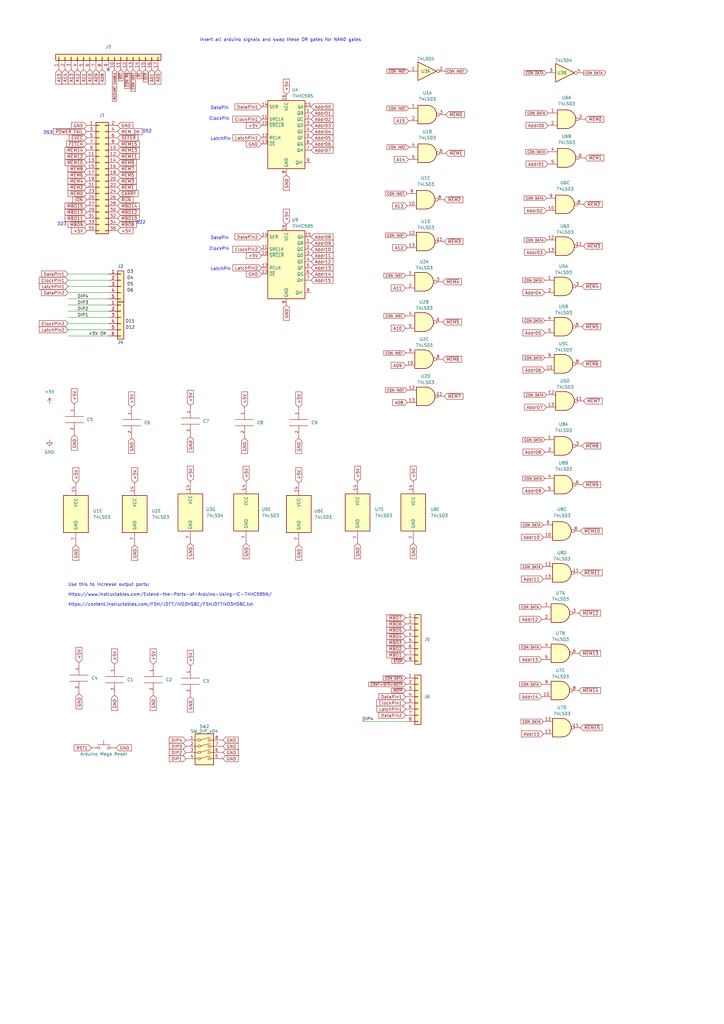
<source format=kicad_sch>
(kicad_sch (version 20230121) (generator eeschema)
  (paper "A3" portrait)
  (no_connect (at 44.45 28.575))
  (wire (pts (xy 27.94 137.795) (xy 44.45 137.795)))
  (wire (pts (xy 44.45 132.715) (xy 27.94 132.715)))
  (wire (pts (xy 44.45 112.395) (xy 27.94 112.395)))
  (wire (pts (xy 44.45 135.255) (xy 27.94 135.255)))
  (wire (pts (xy 27.94 130.175) (xy 44.45 130.175)))
  (wire (pts (xy 27.94 125.095) (xy 44.45 125.095)))
  (wire (pts (xy 44.45 127.635) (xy 27.94 127.635)))
  (wire (pts (xy 44.45 120.015) (xy 27.94 120.015)))
  (wire (pts (xy 44.45 114.935) (xy 27.94 114.935)))
  (wire (pts (xy 148.59 295.91) (xy 166.37 295.91)))
  (wire (pts (xy 27.94 122.555) (xy 44.45 122.555)))
  (wire (pts (xy 44.45 117.475) (xy 27.94 117.475)))
  (text "D52" (at 58.42 54.61 0) (effects (font (size 1.27 1.27)) (justify left bottom)))
  (text "DataPin" (at 86.36 98.425 0) (effects (font (size 1.27 1.27)) (justify left bottom)))
  (text "D23" (at 23.495 92.71 0) (effects (font (size 1.27 1.27)) (justify left bottom)))
  (text "D53" (at 17.78 55.245 0) (effects (font (size 1.27 1.27)) (justify left bottom)))
  (text "Use this to increase output ports:\n\nhttps://www.instructables.com/Extend-the-Ports-of-Arduino-Using-IC-74HC595N/\n\nhttps://content.instructables.com/FSH/JDT7/IVO3HSBC/FSHJDT7IVO3HSBC.txt\n\n" (at 27.94 250.825 0) (effects (font (size 1.27 1.27)) (justify left bottom)))
  (text "ClockPin" (at 85.725 49.53 0) (effects (font (size 1.27 1.27)) (justify left bottom)))
  (text "D22" (at 55.88 92.075 0) (effects (font (size 1.27 1.27)) (justify left bottom)))
  (text "DataPin" (at 86.36 45.085 0) (effects (font (size 1.27 1.27)) (justify left bottom)))
  (text "ClockPin" (at 85.725 102.87 0) (effects (font (size 1.27 1.27)) (justify left bottom)))
  (text "LatchPin\n" (at 86.36 111.125 0) (effects (font (size 1.27 1.27)) (justify left bottom)))
  (text "LatchPin\n" (at 86.36 57.785 0) (effects (font (size 1.27 1.27)) (justify left bottom)))
  (text "Invert all arduino signals and swap these OR gates for NAND gates\n" (at 81.915 17.145 0) (effects (font (size 1.27 1.27)) (justify left bottom)))
  (label "DIP2" (at 31.75 127.635 0))
  (label "D5" (at 52.07 117.475 0))
  (label "DIP3" (at 31.75 125.095 0))
  (label "D12" (at 51.435 135.255 0))
  (label "D6" (at 52.07 120.015 0))
  (label "D4" (at 52.07 114.935 0))
  (label "+5V OK" (at 36.195 137.795 0))
  (label "D11" (at 51.435 132.715 0))
  (label "DIP4" (at 31.75 122.555 0))
  (label "DIP1" (at 31.75 130.175 0))
  (label "DIP4" (at 148.59 295.91 0))
  (label "D3" (at 52.07 112.395 0))
  (global_label "~{MEM0}" (shape input) (at 35.56 79.375 180) (property "Intersheetrefs" "${INTERSHEET_REFS}" (effects hide)))
  (global_label "~{EXEC}" (shape input) (at 35.56 56.515 180) (property "Intersheetrefs" "${INTERSHEET_REFS}" (effects hide)))
  (global_label "MEM OK" (shape input) (at 48.26 53.975 0) (property "Intersheetrefs" "${INTERSHEET_REFS}" (effects hide)))
  (global_label "~{MEM14}" (shape input) (at 237.49 283.21 0) (property "Intersheetrefs" "${INTERSHEET_REFS}" (effects hide)))
  (global_label "~{CON DATA}" (shape input) (at 166.37 278.13 180) (effects (font (size 0.9906 0.9906))) (property "Intersheetrefs" "${INTERSHEET_REFS}" (effects hide)))
  (global_label "CON DATA" (shape input) (at 223.52 180.34 180) (effects (font (size 0.9906 0.9906))) (property "Intersheetrefs" "${INTERSHEET_REFS}" (effects hide)))
  (global_label "GND" (shape input) (at 122.555 223.52 270) (property "Intersheetrefs" "${INTERSHEET_REFS}" (effects hide)))
  (global_label "~{PL}" (shape input) (at 57.15 28.575 270) (effects (font (size 0.996 0.996))) (property "Intersheetrefs" "${INTERSHEET_REFS}" (effects hide)))
  (global_label "+5V" (shape input) (at 117.475 38.735 90) (property "Intersheetrefs" "${INTERSHEET_REFS}" (effects hide)))
  (global_label "Addr09" (shape input) (at 127.635 99.695 0) (property "Intersheetrefs" "${INTERSHEET_REFS}" (effects hide)))
  (global_label "LatchPin2" (shape input) (at 107.315 109.855 180) (property "Intersheetrefs" "${INTERSHEET_REFS}" (effects hide)))
  (global_label "CON DATA" (shape input) (at 222.885 215.265 180) (effects (font (size 0.9906 0.9906))) (property "Intersheetrefs" "${INTERSHEET_REFS}" (effects hide)))
  (global_label "GND" (shape input) (at 46.99 285.115 270) (property "Intersheetrefs" "${INTERSHEET_REFS}" (effects hide)))
  (global_label "+5V" (shape input) (at 169.545 197.485 90) (property "Intersheetrefs" "${INTERSHEET_REFS}" (effects hide)))
  (global_label "Addr06" (shape input) (at 127.635 59.055 0) (property "Intersheetrefs" "${INTERSHEET_REFS}" (effects hide)))
  (global_label "~{MEM15}" (shape input) (at 48.26 59.055 0) (property "Intersheetrefs" "${INTERSHEET_REFS}" (effects hide)))
  (global_label "~{MEM13}" (shape input) (at 48.26 61.595 0) (property "Intersheetrefs" "${INTERSHEET_REFS}" (effects hide)))
  (global_label "~{CON DATA}" (shape input) (at 224.155 29.845 180) (effects (font (size 0.9906 0.9906))) (property "Intersheetrefs" "${INTERSHEET_REFS}" (effects hide)))
  (global_label "~{MBO2}" (shape input) (at 166.37 266.065 180) (property "Intersheetrefs" "${INTERSHEET_REFS}" (effects hide)))
  (global_label "~{MEM2}" (shape input) (at 35.56 76.835 180) (property "Intersheetrefs" "${INTERSHEET_REFS}" (effects hide)))
  (global_label "GND" (shape input) (at 35.56 51.435 180) (property "Intersheetrefs" "${INTERSHEET_REFS}" (effects hide)))
  (global_label "Addr02" (shape input) (at 127.635 48.895 0) (property "Intersheetrefs" "${INTERSHEET_REFS}" (effects hide)))
  (global_label "LatchPin2" (shape input) (at 27.94 135.255 180) (property "Intersheetrefs" "${INTERSHEET_REFS}" (effects hide)))
  (global_label "GND" (shape input) (at 62.865 285.115 270) (property "Intersheetrefs" "${INTERSHEET_REFS}" (effects hide)))
  (global_label "CON DATA" (shape input) (at 223.52 146.685 180) (effects (font (size 0.9906 0.9906))) (property "Intersheetrefs" "${INTERSHEET_REFS}" (effects hide)))
  (global_label "RST1" (shape input) (at 37.465 306.705 180) (property "Intersheetrefs" "${INTERSHEET_REFS}" (effects hide)))
  (global_label "~{MBO9}" (shape input) (at 35.56 92.075 180) (property "Intersheetrefs" "${INTERSHEET_REFS}" (effects hide)))
  (global_label "GND" (shape input) (at 107.315 59.055 180) (property "Intersheetrefs" "${INTERSHEET_REFS}" (effects hide)))
  (global_label "GND" (shape input) (at 55.245 223.52 270) (property "Intersheetrefs" "${INTERSHEET_REFS}" (effects hide)))
  (global_label "~{MEM4}" (shape input) (at 35.56 74.295 180) (property "Intersheetrefs" "${INTERSHEET_REFS}" (effects hide)))
  (global_label "Addr04" (shape input) (at 223.52 120.015 180) (property "Intersheetrefs" "${INTERSHEET_REFS}" (effects hide)))
  (global_label "~{MEM2}" (shape input) (at 182.245 81.915 0) (property "Intersheetrefs" "${INTERSHEET_REFS}" (effects hide)))
  (global_label "~{MEM7}" (shape input) (at 182.245 162.56 0) (property "Intersheetrefs" "${INTERSHEET_REFS}" (effects hide)))
  (global_label "~{MBO7}" (shape input) (at 166.37 253.365 180) (property "Intersheetrefs" "${INTERSHEET_REFS}" (effects hide)))
  (global_label "LatchPin1" (shape input) (at 27.94 117.475 180) (property "Intersheetrefs" "${INTERSHEET_REFS}" (effects hide)))
  (global_label "GND" (shape input) (at 53.975 179.705 270) (property "Intersheetrefs" "${INTERSHEET_REFS}" (effects hide)))
  (global_label "CON INST" (shape input) (at 167.64 60.325 180) (effects (font (size 0.9906 0.9906))) (property "Intersheetrefs" "${INTERSHEET_REFS}" (effects hide)))
  (global_label "+5V" (shape input) (at 48.26 94.615 0) (property "Intersheetrefs" "${INTERSHEET_REFS}" (effects hide)))
  (global_label "GND" (shape input) (at 47.625 306.705 0) (property "Intersheetrefs" "${INTERSHEET_REFS}" (effects hide)))
  (global_label "+5V" (shape input) (at 117.475 92.075 90) (property "Intersheetrefs" "${INTERSHEET_REFS}" (effects hide)))
  (global_label "A09" (shape input) (at 166.37 149.86 180) (property "Intersheetrefs" "${INTERSHEET_REFS}" (effects hide)))
  (global_label "Addr14" (shape input) (at 127.635 112.395 0) (property "Intersheetrefs" "${INTERSHEET_REFS}" (effects hide)))
  (global_label "Addr00" (shape input) (at 127.635 43.815 0) (property "Intersheetrefs" "${INTERSHEET_REFS}" (effects hide)))
  (global_label "GND" (shape input) (at 107.315 112.395 180) (property "Intersheetrefs" "${INTERSHEET_REFS}" (effects hide)))
  (global_label "GND" (shape input) (at 100.33 179.705 270) (property "Intersheetrefs" "${INTERSHEET_REFS}" (effects hide)))
  (global_label "GND" (shape input) (at 122.555 179.705 270) (property "Intersheetrefs" "${INTERSHEET_REFS}" (effects hide)))
  (global_label "DataPin1" (shape input) (at 27.94 112.395 180) (property "Intersheetrefs" "${INTERSHEET_REFS}" (effects hide)))
  (global_label "+5V" (shape input) (at 53.975 167.005 90) (property "Intersheetrefs" "${INTERSHEET_REFS}" (effects hide)))
  (global_label "~{MEM15}" (shape input) (at 238.125 298.45 0) (property "Intersheetrefs" "${INTERSHEET_REFS}" (effects hide)))
  (global_label "Addr05" (shape input) (at 223.52 136.525 180) (property "Intersheetrefs" "${INTERSHEET_REFS}" (effects hide)))
  (global_label "Addr01" (shape input) (at 127.635 46.355 0) (property "Intersheetrefs" "${INTERSHEET_REFS}" (effects hide)))
  (global_label "Addr10" (shape input) (at 222.885 220.345 180) (property "Intersheetrefs" "${INTERSHEET_REFS}" (effects hide)))
  (global_label "~{ION}" (shape input) (at 35.56 81.915 180) (property "Intersheetrefs" "${INTERSHEET_REFS}" (effects hide)))
  (global_label "~{MBO10}" (shape input) (at 48.26 89.535 0) (property "Intersheetrefs" "${INTERSHEET_REFS}" (effects hide)))
  (global_label "+5V" (shape input) (at 35.56 94.615 180) (property "Intersheetrefs" "${INTERSHEET_REFS}" (effects hide)))
  (global_label "GND" (shape input) (at 91.44 311.15 0) (property "Intersheetrefs" "${INTERSHEET_REFS}" (effects hide)))
  (global_label "A13" (shape input) (at 29.21 28.575 270) (property "Intersheetrefs" "${INTERSHEET_REFS}" (effects hide)))
  (global_label "~{CON RQ}" (shape input) (at 52.07 28.575 270) (effects (font (size 0.9906 0.9906))) (property "Intersheetrefs" "${INTERSHEET_REFS}" (effects hide)))
  (global_label "CON INST" (shape input) (at 167.64 44.45 180) (effects (font (size 0.9906 0.9906))) (property "Intersheetrefs" "${INTERSHEET_REFS}" (effects hide)))
  (global_label "GND" (shape input) (at 78.105 179.07 270) (property "Intersheetrefs" "${INTERSHEET_REFS}" (effects hide)))
  (global_label "ClockPin1" (shape input) (at 107.315 48.895 180) (property "Intersheetrefs" "${INTERSHEET_REFS}" (effects hide)))
  (global_label "ClockPin2" (shape input) (at 107.315 102.235 180) (property "Intersheetrefs" "${INTERSHEET_REFS}" (effects hide)))
  (global_label "+5V" (shape input) (at 107.315 104.775 180) (property "Intersheetrefs" "${INTERSHEET_REFS}" (effects hide)))
  (global_label "~{MSTP}" (shape input) (at 166.37 283.21 180) (effects (font (size 0.9906 0.9906))) (property "Intersheetrefs" "${INTERSHEET_REFS}" (effects hide)))
  (global_label "~{MEM0}" (shape input) (at 240.03 48.895 0) (property "Intersheetrefs" "${INTERSHEET_REFS}" (effects hide)))
  (global_label "CON DATA" (shape input) (at 222.25 248.92 180) (effects (font (size 0.9906 0.9906))) (property "Intersheetrefs" "${INTERSHEET_REFS}" (effects hide)))
  (global_label "Addr02" (shape input) (at 224.155 86.36 180) (property "Intersheetrefs" "${INTERSHEET_REFS}" (effects hide)))
  (global_label "GND" (shape input) (at 32.385 284.48 270) (property "Intersheetrefs" "${INTERSHEET_REFS}" (effects hide)))
  (global_label "Addr03" (shape input) (at 224.155 103.505 180) (property "Intersheetrefs" "${INTERSHEET_REFS}" (effects hide)))
  (global_label "GND" (shape input) (at 30.48 178.435 270) (property "Intersheetrefs" "${INTERSHEET_REFS}" (effects hide)))
  (global_label "CON DATA" (shape input) (at 224.155 98.425 180) (effects (font (size 0.9906 0.9906))) (property "Intersheetrefs" "${INTERSHEET_REFS}" (effects hide)))
  (global_label "A01" (shape input) (at 62.23 28.575 270) (property "Intersheetrefs" "${INTERSHEET_REFS}" (effects hide)))
  (global_label "+5V" (shape input) (at 122.555 198.12 90) (property "Intersheetrefs" "${INTERSHEET_REFS}" (effects hide)))
  (global_label "~{MEM6}" (shape input) (at 181.61 147.32 0) (property "Intersheetrefs" "${INTERSHEET_REFS}" (effects hide)))
  (global_label "Addr12" (shape input) (at 222.25 254 180) (property "Intersheetrefs" "${INTERSHEET_REFS}" (effects hide)))
  (global_label "~{MEM11}" (shape input) (at 238.125 234.95 0) (property "Intersheetrefs" "${INTERSHEET_REFS}" (effects hide)))
  (global_label "~{CONT+ISTP+MSTP}" (shape input) (at 166.37 280.67 180) (effects (font (size 0.9906 0.9906))) (property "Intersheetrefs" "${INTERSHEET_REFS}" (effects hide)))
  (global_label "~{RST}" (shape input) (at 49.53 28.575 270) (effects (font (size 0.9906 0.9906))) (property "Intersheetrefs" "${INTERSHEET_REFS}" (effects hide)))
  (global_label "~{MEM1}" (shape input) (at 48.26 76.835 0) (property "Intersheetrefs" "${INTERSHEET_REFS}" (effects hide)))
  (global_label "~{MEM8}" (shape input) (at 35.56 69.215 180) (property "Intersheetrefs" "${INTERSHEET_REFS}" (effects hide)))
  (global_label "Addr00" (shape input) (at 224.79 51.435 180) (property "Intersheetrefs" "${INTERSHEET_REFS}" (effects hide)))
  (global_label "Addr04" (shape input) (at 127.635 53.975 0) (property "Intersheetrefs" "${INTERSHEET_REFS}" (effects hide)))
  (global_label "DIP3" (shape input) (at 76.2 306.07 180) (property "Intersheetrefs" "${INTERSHEET_REFS}" (effects hide)))
  (global_label "~{MEM1}" (shape input) (at 240.03 64.77 0) (property "Intersheetrefs" "${INTERSHEET_REFS}" (effects hide)))
  (global_label "A11" (shape input) (at 166.37 118.11 180) (property "Intersheetrefs" "${INTERSHEET_REFS}" (effects hide)))
  (global_label "A08" (shape input) (at 41.91 28.575 270) (property "Intersheetrefs" "${INTERSHEET_REFS}" (effects hide)))
  (global_label "~{POWER FAIL}" (shape input) (at 35.56 53.975 180) (property "Intersheetrefs" "${INTERSHEET_REFS}" (effects hide)))
  (global_label "~{MEM7}" (shape input) (at 239.395 164.465 0) (property "Intersheetrefs" "${INTERSHEET_REFS}" (effects hide)))
  (global_label "CON DATA" (shape input) (at 224.79 46.355 180) (effects (font (size 0.9906 0.9906))) (property "Intersheetrefs" "${INTERSHEET_REFS}" (effects hide)))
  (global_label "GND" (shape input) (at 117.475 71.755 270) (property "Intersheetrefs" "${INTERSHEET_REFS}" (effects hide)))
  (global_label "CON DATA" (shape input) (at 222.885 295.91 180) (effects (font (size 0.9906 0.9906))) (property "Intersheetrefs" "${INTERSHEET_REFS}" (effects hide)))
  (global_label "+5V" (shape input) (at 100.33 167.005 90) (property "Intersheetrefs" "${INTERSHEET_REFS}" (effects hide)))
  (global_label "~{MEM10}" (shape input) (at 35.56 66.675 180) (property "Intersheetrefs" "${INTERSHEET_REFS}" (effects hide)))
  (global_label "LatchPin1" (shape input) (at 166.37 290.83 180) (property "Intersheetrefs" "${INTERSHEET_REFS}" (effects hide)))
  (global_label "CON DATA" (shape input) (at 222.25 265.43 180) (effects (font (size 0.9906 0.9906))) (property "Intersheetrefs" "${INTERSHEET_REFS}" (effects hide)))
  (global_label "Addr13" (shape input) (at 127.635 109.855 0) (property "Intersheetrefs" "${INTERSHEET_REFS}" (effects hide)))
  (global_label "~{MEM4}" (shape input) (at 238.76 117.475 0) (property "Intersheetrefs" "${INTERSHEET_REFS}" (effects hide)))
  (global_label "Addr08" (shape input) (at 223.52 185.42 180) (property "Intersheetrefs" "${INTERSHEET_REFS}" (effects hide)))
  (global_label "+5V" (shape input) (at 122.555 167.005 90) (property "Intersheetrefs" "${INTERSHEET_REFS}" (effects hide)))
  (global_label "A12" (shape input) (at 31.75 28.575 270) (property "Intersheetrefs" "${INTERSHEET_REFS}" (effects hide)))
  (global_label "~{RUN}" (shape input) (at 48.26 81.915 0) (property "Intersheetrefs" "${INTERSHEET_REFS}" (effects hide)))
  (global_label "GND" (shape input) (at 117.475 125.095 270) (property "Intersheetrefs" "${INTERSHEET_REFS}" (effects hide)))
  (global_label "~{MEM10}" (shape input) (at 238.125 217.805 0) (property "Intersheetrefs" "${INTERSHEET_REFS}" (effects hide)))
  (global_label "+5V" (shape input) (at 62.865 272.415 90) (property "Intersheetrefs" "${INTERSHEET_REFS}" (effects hide)))
  (global_label "DIP2" (shape input) (at 76.2 308.61 180) (property "Intersheetrefs" "${INTERSHEET_REFS}" (effects hide)))
  (global_label "DataPin2" (shape input) (at 27.94 120.015 180) (property "Intersheetrefs" "${INTERSHEET_REFS}" (effects hide)))
  (global_label "+5V" (shape input) (at 78.105 166.37 90) (property "Intersheetrefs" "${INTERSHEET_REFS}" (effects hide)))
  (global_label "CON DATA" (shape input) (at 223.52 196.215 180) (effects (font (size 0.9906 0.9906))) (property "Intersheetrefs" "${INTERSHEET_REFS}" (effects hide)))
  (global_label "CON DATA" (shape input) (at 222.885 232.41 180) (effects (font (size 0.9906 0.9906))) (property "Intersheetrefs" "${INTERSHEET_REFS}" (effects hide)))
  (global_label "~{MEM4}" (shape input) (at 181.61 115.57 0) (property "Intersheetrefs" "${INTERSHEET_REFS}" (effects hide)))
  (global_label "A15" (shape input) (at 167.64 49.53 180) (property "Intersheetrefs" "${INTERSHEET_REFS}" (effects hide)))
  (global_label "CON DATA" (shape input) (at 223.52 131.445 180) (effects (font (size 0.9906 0.9906))) (property "Intersheetrefs" "${INTERSHEET_REFS}" (effects hide)))
  (global_label "~{MEM5}" (shape input) (at 48.26 71.755 0) (property "Intersheetrefs" "${INTERSHEET_REFS}" (effects hide)))
  (global_label "CON INST" (shape input) (at 166.37 129.54 180) (effects (font (size 0.9906 0.9906))) (property "Intersheetrefs" "${INTERSHEET_REFS}" (effects hide)))
  (global_label "~{MEM12}" (shape input) (at 35.56 64.135 180) (property "Intersheetrefs" "${INTERSHEET_REFS}" (effects hide)))
  (global_label "Addr13" (shape input) (at 222.25 270.51 180) (property "Intersheetrefs" "${INTERSHEET_REFS}" (effects hide)))
  (global_label "~{MEM11}" (shape input) (at 48.26 64.135 0) (property "Intersheetrefs" "${INTERSHEET_REFS}" (effects hide)))
  (global_label "Addr10" (shape input) (at 127.635 102.235 0) (property "Intersheetrefs" "${INTERSHEET_REFS}" (effects hide)))
  (global_label "~{MEM12}" (shape input) (at 237.49 251.46 0) (property "Intersheetrefs" "${INTERSHEET_REFS}" (effects hide)))
  (global_label "Addr06" (shape input) (at 223.52 151.765 180) (property "Intersheetrefs" "${INTERSHEET_REFS}" (effects hide)))
  (global_label "A15" (shape input) (at 24.13 28.575 270) (property "Intersheetrefs" "${INTERSHEET_REFS}" (effects hide)))
  (global_label "GND" (shape input) (at 100.965 222.885 270) (property "Intersheetrefs" "${INTERSHEET_REFS}" (effects hide)))
  (global_label "~{MEM9}" (shape input) (at 238.76 198.755 0) (property "Intersheetrefs" "${INTERSHEET_REFS}" (effects hide)))
  (global_label "CON DATA" (shape input) (at 223.52 114.935 180) (effects (font (size 0.9906 0.9906))) (property "Intersheetrefs" "${INTERSHEET_REFS}" (effects hide)))
  (global_label "CON DATA" (shape input) (at 224.79 62.23 180) (effects (font (size 0.9906 0.9906))) (property "Intersheetrefs" "${INTERSHEET_REFS}" (effects hide)))
  (global_label "A10" (shape input) (at 166.37 134.62 180) (property "Intersheetrefs" "${INTERSHEET_REFS}" (effects hide)))
  (global_label "A11" (shape input) (at 34.29 28.575 270) (property "Intersheetrefs" "${INTERSHEET_REFS}" (effects hide)))
  (global_label "Addr15" (shape input) (at 222.885 300.99 180) (property "Intersheetrefs" "${INTERSHEET_REFS}" (effects hide)))
  (global_label "~{MBO11}" (shape input) (at 35.56 89.535 180) (property "Intersheetrefs" "${INTERSHEET_REFS}" (effects hide)))
  (global_label "A09" (shape input) (at 39.37 28.575 270) (property "Intersheetrefs" "${INTERSHEET_REFS}" (effects hide)))
  (global_label "DIP1" (shape input) (at 76.2 311.15 180) (property "Intersheetrefs" "${INTERSHEET_REFS}" (effects hide)))
  (global_label "A13" (shape input) (at 167.005 84.455 180) (property "Intersheetrefs" "${INTERSHEET_REFS}" (effects hide)))
  (global_label "DIP4" (shape input) (at 76.2 303.53 180) (property "Intersheetrefs" "${INTERSHEET_REFS}" (effects hide)))
  (global_label "A14" (shape input) (at 167.64 65.405 180) (property "Intersheetrefs" "${INTERSHEET_REFS}" (effects hide)))
  (global_label "Addr15" (shape input) (at 127.635 114.935 0) (property "Intersheetrefs" "${INTERSHEET_REFS}" (effects hide)))
  (global_label "GND" (shape input) (at 31.115 223.52 270) (property "Intersheetrefs" "${INTERSHEET_REFS}" (effects hide)))
  (global_label "Addr07" (shape input) (at 127.635 61.595 0) (property "Intersheetrefs" "${INTERSHEET_REFS}" (effects hide)))
  (global_label "Addr07" (shape input) (at 224.155 167.005 180) (property "Intersheetrefs" "${INTERSHEET_REFS}" (effects hide)))
  (global_label "~{MBO12}" (shape input) (at 48.26 86.995 0) (property "Intersheetrefs" "${INTERSHEET_REFS}" (effects hide)))
  (global_label "+5V" (shape input) (at 55.245 198.12 90) (property "Intersheetrefs" "${INTERSHEET_REFS}" (effects hide)))
  (global_label "+5V" (shape input) (at 78.105 273.05 90) (property "Intersheetrefs" "${INTERSHEET_REFS}" (effects hide)))
  (global_label "+5V" (shape input) (at 32.385 271.78 90) (property "Intersheetrefs" "${INTERSHEET_REFS}" (effects hide)))
  (global_label "~{MEM0}" (shape input) (at 182.88 46.99 0) (property "Intersheetrefs" "${INTERSHEET_REFS}" (effects hide)))
  (global_label "ClockPin2" (shape input) (at 27.94 132.715 180) (property "Intersheetrefs" "${INTERSHEET_REFS}" (effects hide)))
  (global_label "~{MEM13}" (shape input) (at 237.49 267.97 0) (property "Intersheetrefs" "${INTERSHEET_REFS}" (effects hide)))
  (global_label "A00" (shape input) (at 64.77 28.575 270) (property "Intersheetrefs" "${INTERSHEET_REFS}" (effects hide)))
  (global_label "CON DATA" (shape output) (at 239.395 29.845 0) (effects (font (size 0.9906 0.9906))) (property "Intersheetrefs" "${INTERSHEET_REFS}" (effects hide)))
  (global_label "~{MEM3}" (shape input) (at 48.26 74.295 0) (property "Intersheetrefs" "${INTERSHEET_REFS}" (effects hide)))
  (global_label "Addr05" (shape input) (at 127.635 56.515 0) (property "Intersheetrefs" "${INTERSHEET_REFS}" (effects hide)))
  (global_label "~{MEM8}" (shape input) (at 238.76 182.88 0) (property "Intersheetrefs" "${INTERSHEET_REFS}" (effects hide)))
  (global_label "ClockPin1" (shape input) (at 166.37 288.29 180) (property "Intersheetrefs" "${INTERSHEET_REFS}" (effects hide)))
  (global_label "GND" (shape input) (at 146.685 222.885 270) (property "Intersheetrefs" "${INTERSHEET_REFS}" (effects hide)))
  (global_label "CON INST" (shape input) (at 167.005 96.52 180) (effects (font (size 0.9906 0.9906))) (property "Intersheetrefs" "${INTERSHEET_REFS}" (effects hide)))
  (global_label "+5V" (shape input) (at 100.965 197.485 90) (property "Intersheetrefs" "${INTERSHEET_REFS}" (effects hide)))
  (global_label "GND" (shape input) (at 91.44 303.53 0) (property "Intersheetrefs" "${INTERSHEET_REFS}" (effects hide)))
  (global_label "~{DEFER}" (shape input) (at 48.26 56.515 0) (property "Intersheetrefs" "${INTERSHEET_REFS}" (effects hide)))
  (global_label "+5V" (shape input) (at 78.105 197.485 90) (property "Intersheetrefs" "${INTERSHEET_REFS}" (effects hide)))
  (global_label "GND" (shape input) (at 91.44 306.07 0) (property "Intersheetrefs" "${INTERSHEET_REFS}" (effects hide)))
  (global_label "~{MEM3}" (shape input) (at 182.245 99.06 0) (property "Intersheetrefs" "${INTERSHEET_REFS}" (effects hide)))
  (global_label "~{MEM9}" (shape input) (at 48.26 66.675 0) (property "Intersheetrefs" "${INTERSHEET_REFS}" (effects hide)))
  (global_label "~{MEM1}" (shape input) (at 182.88 62.865 0) (property "Intersheetrefs" "${INTERSHEET_REFS}" (effects hide)))
  (global_label "GND" (shape input) (at 48.26 51.435 0) (property "Intersheetrefs" "${INTERSHEET_REFS}" (effects hide)))
  (global_label "CON INST" (shape output) (at 182.88 29.21 0) (effects (font (size 0.9906 0.9906))) (property "Intersheetrefs" "${INTERSHEET_REFS}" (effects hide)))
  (global_label "Addr03" (shape input) (at 127.635 51.435 0) (property "Intersheetrefs" "${INTERSHEET_REFS}" (effects hide)))
  (global_label "RESTART ENABLE" (shape input) (at 46.99 28.575 270) (effects (font (size 0.9 0.9))) (property "Intersheetrefs" "${INTERSHEET_REFS}" (effects hide)))
  (global_label "A08" (shape input) (at 167.005 165.1 180) (property "Intersheetrefs" "${INTERSHEET_REFS}" (effects hide)))
  (global_label "~{MBO1}" (shape input) (at 166.37 268.605 180) (property "Intersheetrefs" "${INTERSHEET_REFS}" (effects hide)))
  (global_label "Addr12" (shape input) (at 127.635 107.315 0) (property "Intersheetrefs" "${INTERSHEET_REFS}" (effects hide)))
  (global_label "~{MEM14}" (shape input) (at 35.56 61.595 180) (property "Intersheetrefs" "${INTERSHEET_REFS}" (effects hide)))
  (global_label "DataPin2" (shape input) (at 107.315 97.155 180) (property "Intersheetrefs" "${INTERSHEET_REFS}" (effects hide)))
  (global_label "~{MBO4}" (shape input) (at 166.37 260.985 180) (property "Intersheetrefs" "${INTERSHEET_REFS}" (effects hide)))
  (global_label "~{ISTP}" (shape input) (at 59.69 28.575 270) (effects (font (size 0.9906 0.9906))) (property "Intersheetrefs" "${INTERSHEET_REFS}" (effects hide)))
  (global_label "+5V" (shape input) (at 30.48 165.735 90) (property "Intersheetrefs" "${INTERSHEET_REFS}" (effects hide)))
  (global_label "DataPin2" (shape input) (at 166.37 293.37 180) (property "Intersheetrefs" "${INTERSHEET_REFS}" (effects hide)))
  (global_label "~{MEM2}" (shape input) (at 239.395 83.82 0) (property "Intersheetrefs" "${INTERSHEET_REFS}" (effects hide)))
  (global_label "Addr11" (shape input) (at 222.885 237.49 180) (property "Intersheetrefs" "${INTERSHEET_REFS}" (effects hide)))
  (global_label "~{MBO8}" (shape input) (at 48.26 92.075 0) (property "Intersheetrefs" "${INTERSHEET_REFS}" (effects hide)))
  (global_label "+5V" (shape input) (at 46.99 272.415 90) (property "Intersheetrefs" "${INTERSHEET_REFS}" (effects hide)))
  (global_label "+5V" (shape input) (at 146.685 197.485 90) (property "Intersheetrefs" "${INTERSHEET_REFS}" (effects hide)))
  (global_label "~{MEM7}" (shape input) (at 48.26 69.215 0) (property "Intersheetrefs" "${INTERSHEET_REFS}" (effects hide)))
  (global_label "~{CON INST}" (shape input) (at 167.64 29.21 180) (effects (font (size 0.9906 0.9906))) (property "Intersheetrefs" "${INTERSHEET_REFS}" (effects hide)))
  (global_label "+5V" (shape input) (at 31.115 198.12 90) (property "Intersheetrefs" "${INTERSHEET_REFS}" (effects hide)))
  (global_label "CON INST" (shape input) (at 167.005 160.02 180) (effects (font (size 0.9906 0.9906))) (property "Intersheetrefs" "${INTERSHEET_REFS}" (effects hide)))
  (global_label "~{CARRY}" (shape input) (at 48.26 79.375 0) (property "Intersheetrefs" "${INTERSHEET_REFS}" (effects hide)))
  (global_label "CON DATA" (shape input) (at 224.155 81.28 180) (effects (font (size 0.9906 0.9906))) (property "Intersheetrefs" "${INTERSHEET_REFS}" (effects hide)))
  (global_label "+5V" (shape input) (at 107.315 51.435 180) (property "Intersheetrefs" "${INTERSHEET_REFS}" (effects hide)))
  (global_label "~{MEM6}" (shape input) (at 238.76 149.225 0) (property "Intersheetrefs" "${INTERSHEET_REFS}" (effects hide)))
  (global_label "Addr08" (shape input) (at 127.635 97.155 0) (property "Intersheetrefs" "${INTERSHEET_REFS}" (effects hide)))
  (global_label "CON INST" (shape input) (at 166.37 113.03 180) (effects (font (size 0.9906 0.9906))) (property "Intersheetrefs" "${INTERSHEET_REFS}" (effects hide)))
  (global_label "DataPin1" (shape input) (at 107.315 43.815 180) (property "Intersheetrefs" "${INTERSHEET_REFS}" (effects hide)))
  (global_label "CON DATA" (shape input) (at 222.25 280.67 180) (effects (font (size 0.9906 0.9906))) (property "Intersheetrefs" "${INTERSHEET_REFS}" (effects hide)))
  (global_label "~{CON INST}" (shape input) (at 54.61 28.575 270) (effects (font (size 0.9906 0.9906))) (property "Intersheetrefs" "${INTERSHEET_REFS}" (effects hide)))
  (global_label "A12" (shape input) (at 167.005 101.6 180) (property "Intersheetrefs" "${INTERSHEET_REFS}" (effects hide)))
  (global_label "~{STOP}" (shape input) (at 166.37 271.145 180) (effects (font (size 0.9906 0.9906))) (property "Intersheetrefs" "${INTERSHEET_REFS}" (effects hide)))
  (global_label "A10" (shape input) (at 36.83 28.575 270) (property "Intersheetrefs" "${INTERSHEET_REFS}" (effects hide)))
  (global_label "~{MEM3}" (shape input) (at 239.395 100.965 0) (property "Intersheetrefs" "${INTERSHEET_REFS}" (effects hide)))
  (global_label "GND" (shape input) (at 91.44 308.61 0) (property "Intersheetrefs" "${INTERSHEET_REFS}" (effects hide)))
  (global_label "DataPin1" (shape input) (at 166.37 285.75 180) (property "Intersheetrefs" "${INTERSHEET_REFS}" (effects hide)))
  (global_label "ClockPin1" (shape input) (at 27.94 114.935 180) (property "Intersheetrefs" "${INTERSHEET_REFS}" (effects hide)))
  (global_label "~{MEM5}" (shape input) (at 181.61 132.08 0) (property "Intersheetrefs" "${INTERSHEET_REFS}" (effects hide)))
  (global_label "~{MBO6}" (shape input) (at 166.37 255.905 180) (property "Intersheetrefs" "${INTERSHEET_REFS}" (effects hide)))
  (global_label "~{MBO15}" (shape input) (at 35.56 84.455 180) (property "Intersheetrefs" "${INTERSHEET_REFS}" (effects hide)))
  (global_label "CON DATA" (shape input) (at 224.155 161.925 180) (effects (font (size 0.9906 0.9906))) (property "Intersheetrefs" "${INTERSHEET_REFS}" (effects hide)))
  (global_label "Addr14" (shape input) (at 222.25 285.75 180) (property "Intersheetrefs" "${INTERSHEET_REFS}" (effects hide)))
  (global_label "GND" (shape input) (at 78.105 222.885 270) (property "Intersheetrefs" "${INTERSHEET_REFS}" (effects hide)))
  (global_label "Addr01" (shape input) (at 224.79 67.31 180) (property "Intersheetrefs" "${INTERSHEET_REFS}" (effects hide)))
  (global_label "~{MBO3}" (shape input) (at 166.37 263.525 180) (property "Intersheetrefs" "${INTERSHEET_REFS}" (effects hide)))
  (global_label "~{MEM6}" (shape input) (at 35.56 71.755 180) (property "Intersheetrefs" "${INTERSHEET_REFS}" (effects hide)))
  (global_label "~{MEM5}" (shape input) (at 238.76 133.985 0) (property "Intersheetrefs" "${INTERSHEET_REFS}" (effects hide)))
  (global_label "Addr09" (shape input) (at 223.52 201.295 180) (property "Intersheetrefs" "${INTERSHEET_REFS}" (effects hide)))
  (global_label "CON INST" (shape input) (at 167.005 79.375 180) (effects (font (size 0.9906 0.9906))) (property "Intersheetrefs" "${INTERSHEET_REFS}" (effects hide)))
  (global_label "A14" (shape input) (at 26.67 28.575 270) (property "Intersheetrefs" "${INTERSHEET_REFS}" (effects hide)))
  (global_label "GND" (shape input) (at 78.105 285.75 270) (property "Intersheetrefs" "${INTERSHEET_REFS}" (effects hide)))
  (global_label "CON INST" (shape input) (at 166.37 144.78 180) (effects (font (size 0.9906 0.9906))) (property "Intersheetrefs" "${INTERSHEET_REFS}" (effects hide)))
  (global_label "GND" (shape input) (at 169.545 222.885 270) (property "Intersheetrefs" "${INTERSHEET_REFS}" (effects hide)))
  (global_label "~{FETCH}" (shape input) (at 35.56 59.055 180) (property "Intersheetrefs" "${INTERSHEET_REFS}" (effects hide)))
  (global_label "~{MBO5}" (shape input) (at 166.37 258.445 180) (property "Intersheetrefs" "${INTERSHEET_REFS}" (effects hide)))
  (global_label "LatchPin1" (shape input) (at 107.315 56.515 180) (property "Intersheetrefs" "${INTERSHEET_REFS}" (effects hide)))
  (global_label "~{MBO14}" (shape input) (at 48.26 84.455 0) (property "Intersheetrefs" "${INTERSHEET_REFS}" (effects hide)))
  (global_label "~{MBO13}" (shape input) (at 35.56 86.995 180) (property "Intersheetrefs" "${INTERSHEET_REFS}" (effects hide)))
  (global_label "Addr11" (shape input) (at 127.635 104.775 0) (property "Intersheetrefs" "${INTERSHEET_REFS}" (effects hide)))
  (symbol (lib_id "74xx:74LS03") (at 231.775 100.965 0) (unit 4)
    (property "Reference" "U6" (at 231.7667 92.71 0))
    (property "Value" "74LS03" (at 231.7667 95.25 0))
    (property "Footprint" "Package_DIP:DIP-14_W7.62mm" (effects hide))
    (property "Datasheet" "http://www.ti.com/lit/gpn/sn74LS03" (effects hide))
  )
  (symbol (lib_id "ForgottenMachines:CAP_Disc_Common_-_Entrex_Trapezoid") (at 78.105 172.72 0) (unit 1)
    (property "Reference" "C7" (at 83.185 172.72 0) (effects (justify left)))
    (property "Value" "CAP_Disc_Common_-_Entrex_Trapezoid" (effects hide))
    (property "Footprint" "Forgotten Machines:Disc Capacitor Entrex Trapezoid .10" (effects hide))
  )
  (symbol (lib_id "74xx:74LS03") (at 174.625 81.915 0) (unit 3)
    (property "Reference" "U1" (at 174.6167 73.025 0))
    (property "Value" "74LS03" (at 174.6167 75.565 0))
    (property "Datasheet" "http://www.ti.com/lit/gpn/sn74LS03" (effects hide))
  )
  (symbol (lib_id "Switch:SW_DIP_x04") (at 83.82 308.61 0) (unit 1)
    (property "Reference" "SW2" (at 83.82 297.9801 0))
    (property "Value" "SW_DIP_x04" (at 83.82 299.9011 0))
    (property "Footprint" "Package_DIP:DIP-8_W7.62mm" (effects hide))
  )
  (symbol (lib_id "74xx:74LS03") (at 230.505 298.45 0) (unit 4)
    (property "Reference" "U7" (at 230.4967 290.195 0))
    (property "Value" "74LS03" (at 230.4967 292.735 0))
    (property "Footprint" "Package_DIP:DIP-14_W7.62mm" (effects hide))
    (property "Datasheet" "http://www.ti.com/lit/gpn/sn74LS03" (effects hide))
  )
  (symbol (lib_id "ForgottenMachines:CAP_Disc_Common_-_Entrex_Trapezoid") (at 62.865 278.765 0) (unit 1)
    (property "Reference" "C2" (at 67.945 278.765 0) (effects (justify left)))
    (property "Value" "CAP_Disc_Common_-_Entrex_Trapezoid" (effects hide))
    (property "Footprint" "Forgotten Machines:Disc Capacitor Entrex Trapezoid .10" (effects hide))
  )
  (symbol (lib_id "power:+5V") (at 20.32 165.735 0) (unit 1)
    (property "Reference" "#PWR01" (effects hide))
    (property "Value" "+5V" (at 20.32 160.655 0))
  )
  (symbol (lib_id "74xx:74LS03") (at 229.87 267.97 0) (unit 2)
    (property "Reference" "U7" (at 229.8617 259.715 0))
    (property "Value" "74LS03" (at 229.8617 262.255 0))
    (property "Footprint" "Package_DIP:DIP-14_W7.62mm" (effects hide))
    (property "Datasheet" "http://www.ti.com/lit/gpn/sn74LS03" (effects hide))
  )
  (symbol (lib_id "74xx:74LS03") (at 173.99 115.57 0) (unit 1)
    (property "Reference" "U2" (at 173.9817 107.315 0))
    (property "Value" "74LS03" (at 173.9817 109.855 0))
    (property "Footprint" "Package_DIP:DIP-14_W7.62mm" (effects hide))
    (property "Datasheet" "http://www.ti.com/lit/gpn/sn74LS03" (effects hide))
  )
  (symbol (lib_id "ForgottenMachines:CAP_Disc_Common_-_Entrex_Trapezoid") (at 46.99 278.765 0) (unit 1)
    (property "Reference" "C1" (at 52.07 278.765 0) (effects (justify left)))
    (property "Value" "CAP_Disc_Common_-_Entrex_Trapezoid" (effects hide))
    (property "Footprint" "Forgotten Machines:Disc Capacitor Entrex Trapezoid .10" (effects hide))
  )
  (symbol (lib_id "74xx:74LS03") (at 175.26 62.865 0) (unit 2)
    (property "Reference" "U1" (at 175.2517 53.975 0))
    (property "Value" "74LS03" (at 175.2517 56.515 0))
    (property "Datasheet" "http://www.ti.com/lit/gpn/sn74LS03" (effects hide))
  )
  (symbol (lib_id "74xx:74LS04") (at 78.105 210.185 0) (unit 7)
    (property "Reference" "U3" (at 84.455 208.915 0) (effects (justify left)))
    (property "Value" "74LS04" (at 84.455 211.455 0) (effects (justify left)))
    (property "Footprint" "Package_DIP:DIP-14_W7.62mm" (effects hide))
    (property "Datasheet" "http://www.ti.com/lit/gpn/sn74LS04" (effects hide))
  )
  (symbol (lib_id "74xx:74LS03") (at 174.625 99.06 0) (unit 4)
    (property "Reference" "U1" (at 174.6167 90.805 0))
    (property "Value" "74LS03" (at 174.6167 93.345 0))
    (property "Datasheet" "http://www.ti.com/lit/gpn/sn74LS03" (effects hide))
  )
  (symbol (lib_id "74xx:74LS03") (at 230.505 234.95 0) (unit 4)
    (property "Reference" "U8" (at 230.4967 226.695 0))
    (property "Value" "74LS03" (at 230.4967 229.235 0))
    (property "Footprint" "Package_DIP:DIP-14_W7.62mm" (effects hide))
    (property "Datasheet" "http://www.ti.com/lit/gpn/sn74LS03" (effects hide))
  )
  (symbol (lib_id "74xx:74LS03") (at 174.625 162.56 0) (unit 4)
    (property "Reference" "U2" (at 174.6167 154.305 0))
    (property "Value" "74LS03" (at 174.6167 156.845 0))
    (property "Footprint" "Package_DIP:DIP-14_W7.62mm" (effects hide))
    (property "Datasheet" "http://www.ti.com/lit/gpn/sn74LS03" (effects hide))
  )
  (symbol (lib_id "Connector_Generic:Conn_02x18_Odd_Even") (at 40.64 71.755 0) (unit 1)
    (property "Reference" "J1" (at 41.91 47.1551 0))
    (property "Value" "Conn_02x18_Odd_Even" (effects hide))
    (property "Footprint" "Connector_PinHeader_2.54mm:PinHeader_2x18_P2.54mm_Vertical" (effects hide))
  )
  (symbol (lib_id "74xx:74LS03") (at 231.775 83.82 0) (unit 3)
    (property "Reference" "U6" (at 231.7667 74.93 0))
    (property "Value" "74LS03" (at 231.7667 77.47 0))
    (property "Footprint" "Package_DIP:DIP-14_W7.62mm" (effects hide))
    (property "Datasheet" "http://www.ti.com/lit/gpn/sn74LS03" (effects hide))
  )
  (symbol (lib_id "ForgottenMachines:CAP_Disc_Common_-_Entrex_Trapezoid") (at 32.385 278.13 0) (unit 1)
    (property "Reference" "C4" (at 37.465 278.13 0) (effects (justify left)))
    (property "Value" "CAP_Disc_Common_-_Entrex_Trapezoid" (effects hide))
    (property "Footprint" "Forgotten Machines:Disc Capacitor Entrex Trapezoid .10" (effects hide))
  )
  (symbol (lib_id "Connector_Generic:Conn_01x08") (at 171.45 285.75 0) (unit 1)
    (property "Reference" "J6" (at 173.99 285.75 0) (effects (justify left)))
    (property "Value" "Conn_01x08" (effects hide))
    (property "Footprint" "Connector_PinHeader_2.54mm:PinHeader_1x08_P2.54mm_Vertical" (effects hide))
  )
  (symbol (lib_id "ForgottenMachines:CAP_Disc_Common_-_Entrex_Trapezoid") (at 30.48 172.085 0) (unit 1)
    (property "Reference" "C5" (at 35.56 172.085 0) (effects (justify left)))
    (property "Value" "CAP_Disc_Common_-_Entrex_Trapezoid" (effects hide))
    (property "Footprint" "Forgotten Machines:Disc Capacitor Entrex Trapezoid .10" (effects hide))
  )
  (symbol (lib_id "Switch:SW_Push") (at 42.545 306.705 0) (unit 1)
    (property "Reference" "SW1" (effects hide))
    (property "Value" "Arduino Mega Reset" (at 42.545 309.245 0))
    (property "Footprint" "Button_Switch_THT:SW_PUSH_6mm" (effects hide))
  )
  (symbol (lib_id "Connector_Generic:Conn_01x08") (at 171.45 260.985 0) (unit 1)
    (property "Reference" "J5" (at 173.99 262.255 0) (effects (justify left)))
    (property "Value" "Conn_01x08" (effects hide))
    (property "Footprint" "Connector_PinHeader_2.54mm:PinHeader_1x08_P2.54mm_Vertical" (effects hide))
  )
  (symbol (lib_id "74xx:74LS03") (at 100.965 210.185 0) (unit 5)
    (property "Reference" "U5" (at 107.315 208.915 0) (effects (justify left)))
    (property "Value" "74LS03" (at 107.315 211.455 0) (effects (justify left)))
    (property "Footprint" "Package_DIP:DIP-14_W7.62mm" (effects hide))
    (property "Datasheet" "http://www.ti.com/lit/gpn/sn74LS03" (effects hide))
  )
  (symbol (lib_id "ForgottenMachines:CAP_Disc_Common_-_Entrex_Trapezoid") (at 122.555 173.355 0) (unit 1)
    (property "Reference" "C9" (at 127.635 173.355 0) (effects (justify left)))
    (property "Value" "CAP_Disc_Common_-_Entrex_Trapezoid" (effects hide))
    (property "Footprint" "Forgotten Machines:Disc Capacitor Entrex Trapezoid .10" (effects hide))
  )
  (symbol (lib_id "74xx:74HC595") (at 117.475 107.315 0) (unit 1)
    (property "Reference" "U9" (at 119.6691 90.17 0) (effects (justify left)))
    (property "Value" "74HC595" (at 119.6691 92.71 0) (effects (justify left)))
    (property "Footprint" "Package_DIP:DIP-16_W7.62mm" (effects hide))
    (property "Datasheet" "http://www.ti.com/lit/ds/symlink/sn74hc595.pdf" (effects hide))
  )
  (symbol (lib_id "74xx:74LS03") (at 122.555 210.82 0) (unit 5)
    (property "Reference" "U6" (at 128.905 209.55 0) (effects (justify left)))
    (property "Value" "74LS03" (at 128.905 212.09 0) (effects (justify left)))
    (property "Footprint" "Package_DIP:DIP-14_W7.62mm" (effects hide))
    (property "Datasheet" "http://www.ti.com/lit/gpn/sn74LS03" (effects hide))
  )
  (symbol (lib_id "Connector_Generic:Conn_01x05") (at 49.53 117.475 0) (unit 1)
    (property "Reference" "J2" (at 48.26 109.22 0) (effects (justify left)))
    (property "Value" "Arduino Digital Pins" (effects hide))
    (property "Footprint" "Connector_PinHeader_2.54mm:PinHeader_1x05_P2.54mm_Vertical" (effects hide))
  )
  (symbol (lib_id "ForgottenMachines:CAP_Disc_Common_-_Entrex_Trapezoid") (at 78.105 279.4 0) (unit 1)
    (property "Reference" "C3" (at 83.185 279.4 0) (effects (justify left)))
    (property "Value" "CAP_Disc_Common_-_Entrex_Trapezoid" (effects hide))
    (property "Footprint" "Forgotten Machines:Disc Capacitor Entrex Trapezoid .10" (effects hide))
  )
  (symbol (lib_id "Connector_Generic:Conn_01x06") (at 49.53 130.175 0) (unit 1)
    (property "Reference" "J4" (at 48.26 140.335 0) (effects (justify left)))
    (property "Value" "Arduino Digital Pins" (effects hide))
    (property "Footprint" "Connector_PinHeader_2.54mm:PinHeader_1x06_P2.54mm_Vertical" (effects hide))
  )
  (symbol (lib_id "Connector_Generic:Conn_01x17") (at 44.45 23.495 90) (unit 1)
    (property "Reference" "J3" (at 44.45 19.2151 90))
    (property "Value" "Conn_01x17" (effects hide))
    (property "Footprint" "Connector_PinHeader_2.54mm:PinHeader_1x17_P2.54mm_Vertical" (effects hide))
  )
  (symbol (lib_id "74xx:74LS03") (at 146.685 210.185 0) (unit 5)
    (property "Reference" "U7" (at 153.67 208.915 0) (effects (justify left)))
    (property "Value" "74LS03" (at 153.67 211.455 0) (effects (justify left)))
    (property "Footprint" "Package_DIP:DIP-14_W7.62mm" (effects hide))
    (property "Datasheet" "http://www.ti.com/lit/gpn/sn74LS03" (effects hide))
  )
  (symbol (lib_id "74xx:74LS03") (at 232.41 48.895 0) (unit 1)
    (property "Reference" "U6" (at 232.4017 40.005 0))
    (property "Value" "74LS03" (at 232.4017 42.545 0))
    (property "Footprint" "Package_DIP:DIP-14_W7.62mm" (effects hide))
    (property "Datasheet" "http://www.ti.com/lit/gpn/sn74LS03" (effects hide))
  )
  (symbol (lib_id "74xx:74LS03") (at 55.245 210.82 0) (unit 5)
    (property "Reference" "U2" (at 62.23 209.55 0) (effects (justify left)))
    (property "Value" "74LS03" (at 62.23 212.09 0) (effects (justify left)))
    (property "Footprint" "Package_DIP:DIP-14_W7.62mm" (effects hide))
    (property "Datasheet" "http://www.ti.com/lit/gpn/sn74LS03" (effects hide))
  )
  (symbol (lib_id "74xx:74HC595") (at 117.475 53.975 0) (unit 1)
    (property "Reference" "U4" (at 119.6691 36.83 0) (effects (justify left)))
    (property "Value" "74HC595" (at 119.6691 39.37 0) (effects (justify left)))
    (property "Footprint" "Package_DIP:DIP-16_W7.62mm" (effects hide))
    (property "Datasheet" "http://www.ti.com/lit/ds/symlink/sn74hc595.pdf" (effects hide))
  )
  (symbol (lib_id "74xx:74LS03") (at 232.41 64.77 0) (unit 2)
    (property "Reference" "U6" (at 232.4017 55.88 0))
    (property "Value" "74LS03" (at 232.4017 58.42 0))
    (property "Footprint" "Package_DIP:DIP-14_W7.62mm" (effects hide))
    (property "Datasheet" "http://www.ti.com/lit/gpn/sn74LS03" (effects hide))
  )
  (symbol (lib_id "74xx:74LS03") (at 173.99 132.08 0) (unit 2)
    (property "Reference" "U2" (at 173.9817 123.825 0))
    (property "Value" "74LS03" (at 173.9817 126.365 0))
    (property "Footprint" "Package_DIP:DIP-14_W7.62mm" (effects hide))
    (property "Datasheet" "http://www.ti.com/lit/gpn/sn74LS03" (effects hide))
  )
  (symbol (lib_id "74xx:74LS03") (at 173.99 147.32 0) (unit 3)
    (property "Reference" "U2" (at 173.9817 139.065 0))
    (property "Value" "74LS03" (at 173.9817 141.605 0))
    (property "Footprint" "Package_DIP:DIP-14_W7.62mm" (effects hide))
    (property "Datasheet" "http://www.ti.com/lit/gpn/sn74LS03" (effects hide))
  )
  (symbol (lib_id "74xx:74LS03") (at 175.26 46.99 0) (unit 1)
    (property "Reference" "U1" (at 175.2517 38.1 0))
    (property "Value" "74LS03" (at 175.2517 40.64 0))
    (property "Datasheet" "http://www.ti.com/lit/gpn/sn74LS03" (effects hide))
  )
  (symbol (lib_id "ForgottenMachines:CAP_Disc_Common_-_Entrex_Trapezoid") (at 53.975 173.355 0) (unit 1)
    (property "Reference" "C6" (at 59.055 173.355 0) (effects (justify left)))
    (property "Value" "CAP_Disc_Common_-_Entrex_Trapezoid" (effects hide))
    (property "Footprint" "Forgotten Machines:Disc Capacitor Entrex Trapezoid .10" (effects hide))
  )
  (symbol (lib_id "74xx:74LS03") (at 231.14 182.88 0) (unit 1)
    (property "Reference" "U8" (at 231.1317 173.99 0))
    (property "Value" "74LS03" (at 231.1317 176.53 0))
    (property "Footprint" "Package_DIP:DIP-14_W7.62mm" (effects hide))
    (property "Datasheet" "http://www.ti.com/lit/gpn/sn74LS03" (effects hide))
  )
  (symbol (lib_id "74xx:74LS03") (at 231.14 133.985 0) (unit 2)
    (property "Reference" "U5" (at 231.1317 125.73 0))
    (property "Value" "74LS03" (at 231.1317 128.27 0))
    (property "Footprint" "Package_DIP:DIP-14_W7.62mm" (effects hide))
    (property "Datasheet" "http://www.ti.com/lit/gpn/sn74LS03" (effects hide))
  )
  (symbol (lib_id "74xx:74LS03") (at 231.14 117.475 0) (unit 1)
    (property "Reference" "U5" (at 231.1317 109.22 0))
    (property "Value" "74LS03" (at 231.1317 111.76 0))
    (property "Footprint" "Package_DIP:DIP-14_W7.62mm" (effects hide))
    (property "Datasheet" "http://www.ti.com/lit/gpn/sn74LS03" (effects hide))
  )
  (symbol (lib_id "74xx:74LS03") (at 31.115 210.82 0) (unit 5)
    (property "Reference" "U1" (at 38.1 209.55 0) (effects (justify left)))
    (property "Value" "74LS03" (at 38.1 212.09 0) (effects (justify left)))
    (property "Footprint" "Package_DIP:DIP-14_W7.62mm" (effects hide))
    (property "Datasheet" "http://www.ti.com/lit/gpn/sn74LS03" (effects hide))
  )
  (symbol (lib_id "74xx:74LS03") (at 169.545 210.185 0) (unit 5)
    (property "Reference" "U8" (at 176.53 208.915 0) (effects (justify left)))
    (property "Value" "74LS03" (at 176.53 211.455 0) (effects (justify left)))
    (property "Footprint" "Package_DIP:DIP-14_W7.62mm" (effects hide))
    (property "Datasheet" "http://www.ti.com/lit/gpn/sn74LS03" (effects hide))
  )
  (symbol (lib_id "74xx:74LS03") (at 231.14 198.755 0) (unit 2)
    (property "Reference" "U8" (at 231.1317 189.865 0))
    (property "Value" "74LS03" (at 231.1317 192.405 0))
    (property "Footprint" "Package_DIP:DIP-14_W7.62mm" (effects hide))
    (property "Datasheet" "http://www.ti.com/lit/gpn/sn74LS03" (effects hide))
  )
  (symbol (lib_id "74xx:74LS04") (at 231.775 29.845 0) (unit 2)
    (property "Reference" "U3" (at 230.505 29.845 0))
    (property "Value" "74LS04" (at 231.14 24.765 0))
    (property "Footprint" "Package_DIP:DIP-14_W7.62mm" (effects hide))
    (property "Datasheet" "http://www.ti.com/lit/gpn/sn74LS04" (effects hide))
  )
  (symbol (lib_id "74xx:74LS03") (at 231.775 164.465 0) (unit 4)
    (property "Reference" "U5" (at 231.7667 156.21 0))
    (property "Value" "74LS03" (at 231.7667 158.75 0))
    (property "Footprint" "Package_DIP:DIP-14_W7.62mm" (effects hide))
    (property "Datasheet" "http://www.ti.com/lit/gpn/sn74LS03" (effects hide))
  )
  (symbol (lib_id "74xx:74LS03") (at 230.505 217.805 0) (unit 3)
    (property "Reference" "U8" (at 230.4967 208.915 0))
    (property "Value" "74LS03" (at 230.4967 211.455 0))
    (property "Footprint" "Package_DIP:DIP-14_W7.62mm" (effects hide))
    (property "Datasheet" "http://www.ti.com/lit/gpn/sn74LS03" (effects hide))
  )
  (symbol (lib_id "power:GND") (at 20.32 180.34 0) (unit 1)
    (property "Reference" "#PWR02" (effects hide))
    (property "Value" "GND" (at 20.32 185.42 0))
  )
  (symbol (lib_id "74xx:74LS04") (at 175.26 29.21 0) (unit 1)
    (property "Reference" "U3" (at 174.625 29.21 0))
    (property "Value" "74LS04" (at 174.625 24.13 0))
    (property "Footprint" "Package_DIP:DIP-14_W7.62mm" (effects hide))
    (property "Datasheet" "http://www.ti.com/lit/gpn/sn74LS04" (effects hide))
  )
  (symbol (lib_id "ForgottenMachines:CAP_Disc_Common_-_Entrex_Trapezoid") (at 100.33 173.355 0) (unit 1)
    (property "Reference" "C8" (at 105.41 173.355 0) (effects (justify left)))
    (property "Value" "CAP_Disc_Common_-_Entrex_Trapezoid" (effects hide))
    (property "Footprint" "Forgotten Machines:Disc Capacitor Entrex Trapezoid .10" (effects hide))
  )
  (symbol (lib_id "74xx:74LS03") (at 229.87 283.21 0) (unit 3)
    (property "Reference" "U7" (at 229.8617 274.955 0))
    (property "Value" "74LS03" (at 229.8617 277.495 0))
    (property "Footprint" "Package_DIP:DIP-14_W7.62mm" (effects hide))
    (property "Datasheet" "http://www.ti.com/lit/gpn/sn74LS03" (effects hide))
  )
  (symbol (lib_id "74xx:74LS03") (at 229.87 251.46 0) (unit 1)
    (property "Reference" "U7" (at 229.8617 243.205 0))
    (property "Value" "74LS03" (at 229.8617 245.745 0))
    (property "Footprint" "Package_DIP:DIP-14_W7.62mm" (effects hide))
    (property "Datasheet" "http://www.ti.com/lit/gpn/sn74LS03" (effects hide))
  )
  (symbol (lib_id "74xx:74LS03") (at 231.14 149.225 0) (unit 3)
    (property "Reference" "U5" (at 231.1317 140.97 0))
    (property "Value" "74LS03" (at 231.1317 143.51 0))
    (property "Footprint" "Package_DIP:DIP-14_W7.62mm" (effects hide))
    (property "Datasheet" "http://www.ti.com/lit/gpn/sn74LS03" (effects hide))
  )
)
</source>
